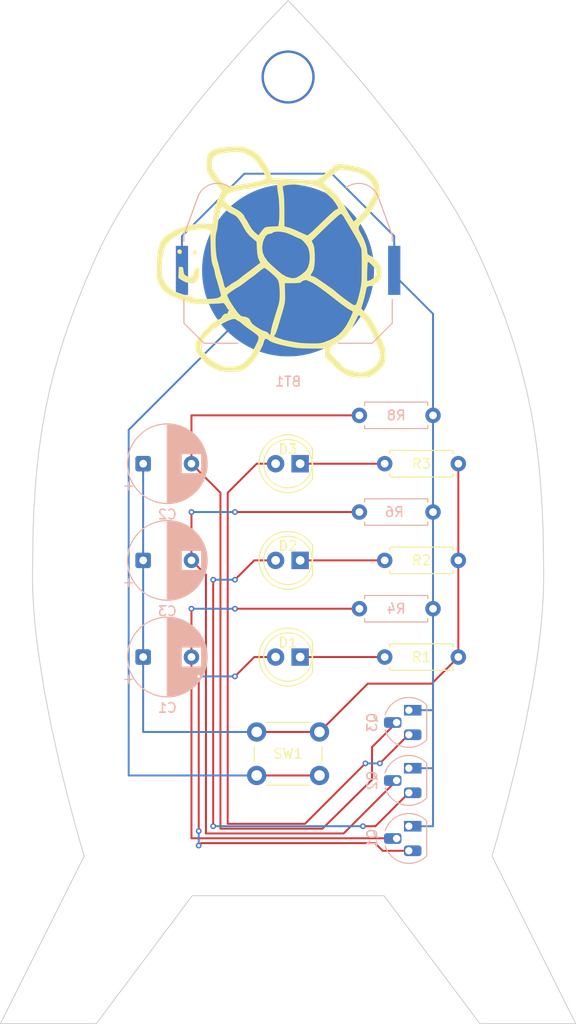
<source format=kicad_pcb>
(kicad_pcb (version 20241229) (generator "pcbnew") (generator_version "9.0")
  (layers (0 "F.Cu" signal) (2 "B.Cu" signal) (13 "F.Paste" user) (15 "B.Paste" user) (5 "F.SilkS" user "F.Silkscreen") (7 "B.SilkS" user "B.Silkscreen") (1 "F.Mask" user) (3 "B.Mask" user) (25 "Edge.Cuts" user))
  (net 0 "")
  (net 1 "Net-(BT1-+)")
  (net 2 "Net-(BT1--)")
  (net 3 "Net-(C1-Pad1)")
  (net 4 "Net-(D1-K)")
  (net 5 "Net-(D2-K)")
  (net 6 "Net-(D3-K)")
  (net 7 "Net-(D3-A)")
  (net 8 "Net-(Q1-B)")
  (net 9 "Net-(Q3-B)")
  (net 10 "Net-(Q2-B)")
  (net 11 "Net-(D1-A)")
  (net 12 "Net-(D2-A)")
  (footprint "LED_THT:LED_D5.0mm" (layer "F.Cu") (at 101.25 140 180)
    (property "Reference" "D1" (at 1.27 1.5 0) (layer "F.SilkS"))
    (property "Value" "LED")
    (pad "1" thru_hole rect (at 0 0 180) (size 1.8 1.8) (drill 0.9) (layers "*.Cu" "*.Mask") (net 4 "Net-(D1-K)"))
    (pad "2" thru_hole circle (at 2.54 0 180) (size 1.8 1.8) (drill 0.9) (layers "*.Cu" "*.Mask") (net 11 "Net-(D1-A)"))
  )
  (footprint "LED_THT:LED_D5.0mm" (layer "F.Cu") (at 101.25 120 180)
    (property "Reference" "D3" (at 1.27 1.5 0) (layer "F.SilkS"))
    (property "Value" "LED")
    (pad "1" thru_hole rect (at 0 0 180) (size 1.8 1.8) (drill 0.9) (layers "*.Cu" "*.Mask") (net 6 "Net-(D3-K)"))
    (pad "2" thru_hole circle (at 2.54 0 180) (size 1.8 1.8) (drill 0.9) (layers "*.Cu" "*.Mask") (net 7 "Net-(D3-A)"))
  )
  (footprint "LOGO" (layer "F.Cu") (at 100 99)
    (property "Reference" "G***" (hide yes))
    (property "Value" "LOGO" (hide yes))
  )
  (footprint "Button_Switch_THT:SW_PUSH_6mm" (layer "F.Cu") (at 96.75 147.75)
    (property "Reference" "SW1" (at 3.25 2.25 0) (layer "F.SilkS"))
    (property "Value" "SW_Push")
    (pad "1" thru_hole circle (at 0 0 90) (size 2 2) (drill 1.1) (layers "*.Cu" "*.Mask") (net 3 "Net-(C1-Pad1)"))
    (pad "1" thru_hole circle (at 6.5 0 90) (size 2 2) (drill 1.1) (layers "*.Cu" "*.Mask") (net 3 "Net-(C1-Pad1)"))
    (pad "2" thru_hole circle (at 0 4.5 90) (size 2 2) (drill 1.1) (layers "*.Cu" "*.Mask") (net 2 "Net-(BT1--)"))
    (pad "2" thru_hole circle (at 6.5 4.5 90) (size 2 2) (drill 1.1) (layers "*.Cu" "*.Mask") (net 2 "Net-(BT1--)"))
  )
  (footprint "Resistor_THT:R_Axial_DIN0207_L6.3mm_D2.5mm_P7.62mm_Horizontal" (layer "F.Cu") (at 110 120)
    (property "Reference" "R3" (at 3.81 0 0) (layer "F.SilkS"))
    (property "Value" "R")
    (pad "1" thru_hole circle (at 0 0) (size 1.6 1.6) (drill 0.8) (layers "*.Cu" "*.Mask") (net 6 "Net-(D3-K)"))
    (pad "2" thru_hole circle (at 7.62 0) (size 1.6 1.6) (drill 0.8) (layers "*.Cu" "*.Mask") (net 3 "Net-(C1-Pad1)"))
  )
  (footprint "LED_THT:LED_D5.0mm" (layer "F.Cu") (at 101.25 130 180)
    (property "Reference" "D2" (at 1.27 1.5 0) (layer "F.SilkS"))
    (property "Value" "LED")
    (pad "1" thru_hole rect (at 0 0 180) (size 1.8 1.8) (drill 0.9) (layers "*.Cu" "*.Mask") (net 5 "Net-(D2-K)"))
    (pad "2" thru_hole circle (at 2.54 0 180) (size 1.8 1.8) (drill 0.9) (layers "*.Cu" "*.Mask") (net 12 "Net-(D2-A)"))
  )
  (footprint "Resistor_THT:R_Axial_DIN0207_L6.3mm_D2.5mm_P7.62mm_Horizontal" (layer "F.Cu") (at 110 140)
    (property "Reference" "R1" (at 3.81 0 0) (layer "F.SilkS"))
    (property "Value" "R")
    (pad "1" thru_hole circle (at 0 0) (size 1.6 1.6) (drill 0.8) (layers "*.Cu" "*.Mask") (net 4 "Net-(D1-K)"))
    (pad "2" thru_hole circle (at 7.62 0) (size 1.6 1.6) (drill 0.8) (layers "*.Cu" "*.Mask") (net 3 "Net-(C1-Pad1)"))
  )
  (footprint "Resistor_THT:R_Axial_DIN0207_L6.3mm_D2.5mm_P7.62mm_Horizontal" (layer "F.Cu") (at 110 130)
    (property "Reference" "R2" (at 3.81 0 0) (layer "F.SilkS"))
    (property "Value" "R")
    (pad "1" thru_hole circle (at 0 0) (size 1.6 1.6) (drill 0.8) (layers "*.Cu" "*.Mask") (net 5 "Net-(D2-K)"))
    (pad "2" thru_hole circle (at 7.62 0) (size 1.6 1.6) (drill 0.8) (layers "*.Cu" "*.Mask") (net 3 "Net-(C1-Pad1)"))
  )
  (footprint "Package_TO_SOT_THT:TO-92L_HandSolder" (layer "B.Cu") (at 112.5 151.5 -90)
    (property "Reference" "Q2" (at 1.27 3.8 90) (layer "B.SilkS") (effects (justify mirror)))
    (property "Value" "NPN")
    (pad "1" thru_hole rect (at 0 0 270) (size 1.1 1.8) (drill 0.75 (offset 0 -0.4)) (layers "*.Cu" "*.Mask") (net 1 "Net-(BT1-+)"))
    (pad "2" thru_hole roundrect (at 1.27 1.27 270) (size 1.1 1.8) (drill 0.75 (offset 0 0.4)) (layers "*.Cu" "*.Mask") (net 10 "Net-(Q2-B)"))
    (pad "3" thru_hole roundrect (at 2.54 0 270) (size 1.1 1.8) (drill 0.75 (offset 0 -0.4)) (layers "*.Cu" "*.Mask") (net 12 "Net-(D2-A)"))
  )
  (footprint "Capacitor_THT:CP_Radial_D8.0mm_P5.00mm" (layer "B.Cu") (at 85 140)
    (property "Reference" "C1" (at 2.5 5.25 0) (layer "B.SilkS") (effects (justify mirror)))
    (property "Value" "C")
    (pad "1" thru_hole roundrect (at 0 0) (size 1.6 1.6) (drill 0.8) (layers "*.Cu" "*.Mask") (roundrect_rratio 0.15625) (net 3 "Net-(C1-Pad1)"))
    (pad "2" thru_hole circle (at 5 0) (size 1.6 1.6) (drill 0.8) (layers "*.Cu" "*.Mask") (net 8 "Net-(Q1-B)"))
  )
  (footprint "Battery:BatteryHolder_Keystone_3034_1x20mm" (layer "B.Cu") (at 100 100)
    (property "Reference" "BT1" (at 0 11.5 0) (layer "B.SilkS") (effects (justify mirror)))
    (property "Value" "Battery_Cell")
    (pad "1" smd rect (at -10.985 0) (size 1.27 5.08) (layers "B.Cu" "B.Mask" "B.Paste") (net 1 "Net-(BT1-+)"))
    (pad "1" smd rect (at 10.985 0) (size 1.27 5.08) (layers "B.Cu" "B.Mask" "B.Paste") (net 1 "Net-(BT1-+)"))
    (pad "2" smd circle (at 0 0) (size 17.8 17.8) (layers "B.Cu" "B.Mask") (net 2 "Net-(BT1--)"))
  )
  (footprint "Resistor_THT:R_Axial_DIN0207_L6.3mm_D2.5mm_P7.62mm_Horizontal" (layer "B.Cu") (at 115 125 180)
    (property "Reference" "R6" (at 4 0 0) (layer "B.SilkS") (effects (justify mirror)))
    (property "Value" "R")
    (pad "1" thru_hole circle (at 0 0 180) (size 1.6 1.6) (drill 0.8) (layers "*.Cu" "*.Mask") (net 1 "Net-(BT1-+)"))
    (pad "2" thru_hole circle (at 7.62 0 180) (size 1.6 1.6) (drill 0.8) (layers "*.Cu" "*.Mask") (net 10 "Net-(Q2-B)"))
  )
  (footprint "Package_TO_SOT_THT:TO-92L_HandSolder" (layer "B.Cu") (at 112.5 145.5 -90)
    (property "Reference" "Q3" (at 1.27 3.8 90) (layer "B.SilkS") (effects (justify mirror)))
    (property "Value" "NPN")
    (pad "1" thru_hole rect (at 0 0 270) (size 1.1 1.8) (drill 0.75 (offset 0 -0.4)) (layers "*.Cu" "*.Mask") (net 1 "Net-(BT1-+)"))
    (pad "2" thru_hole roundrect (at 1.27 1.27 270) (size 1.1 1.8) (drill 0.75 (offset 0 0.4)) (layers "*.Cu" "*.Mask") (net 9 "Net-(Q3-B)"))
    (pad "3" thru_hole roundrect (at 2.54 0 270) (size 1.1 1.8) (drill 0.75 (offset 0 -0.4)) (layers "*.Cu" "*.Mask") (net 7 "Net-(D3-A)"))
  )
  (footprint "Capacitor_THT:CP_Radial_D8.0mm_P5.00mm" (layer "B.Cu") (at 85 120)
    (property "Reference" "C2" (at 2.5 5.25 0) (layer "B.SilkS") (effects (justify mirror)))
    (property "Value" "C")
    (pad "1" thru_hole roundrect (at 0 0) (size 1.6 1.6) (drill 0.8) (layers "*.Cu" "*.Mask") (roundrect_rratio 0.15625) (net 3 "Net-(C1-Pad1)"))
    (pad "2" thru_hole circle (at 5 0) (size 1.6 1.6) (drill 0.8) (layers "*.Cu" "*.Mask") (net 9 "Net-(Q3-B)"))
  )
  (footprint "Resistor_THT:R_Axial_DIN0207_L6.3mm_D2.5mm_P7.62mm_Horizontal" (layer "B.Cu") (at 115 135 180)
    (property "Reference" "R4" (at 3.81 0 0) (layer "B.SilkS") (effects (justify mirror)))
    (property "Value" "R")
    (pad "1" thru_hole circle (at 0 0 180) (size 1.6 1.6) (drill 0.8) (layers "*.Cu" "*.Mask") (net 1 "Net-(BT1-+)"))
    (pad "2" thru_hole circle (at 7.62 0 180) (size 1.6 1.6) (drill 0.8) (layers "*.Cu" "*.Mask") (net 8 "Net-(Q1-B)"))
  )
  (footprint "Package_TO_SOT_THT:TO-92L_HandSolder" (layer "B.Cu") (at 112.5 157.5 -90)
    (property "Reference" "Q1" (at 1.27 3.8 90) (layer "B.SilkS") (effects (justify mirror)))
    (property "Value" "NPN")
    (pad "1" thru_hole rect (at 0 0 270) (size 1.1 1.8) (drill 0.75 (offset 0 -0.4)) (layers "*.Cu" "*.Mask") (net 1 "Net-(BT1-+)"))
    (pad "2" thru_hole roundrect (at 1.27 1.27 270) (size 1.1 1.8) (drill 0.75 (offset 0 0.4)) (layers "*.Cu" "*.Mask") (net 8 "Net-(Q1-B)"))
    (pad "3" thru_hole roundrect (at 2.54 0 270) (size 1.1 1.8) (drill 0.75 (offset 0 -0.4)) (layers "*.Cu" "*.Mask") (net 11 "Net-(D1-A)"))
  )
  (footprint "Capacitor_THT:CP_Radial_D8.0mm_P5.00mm" (layer "B.Cu") (at 85 130)
    (property "Reference" "C3" (at 2.5 5.25 0) (layer "B.SilkS") (effects (justify mirror)))
    (property "Value" "C")
    (pad "1" thru_hole roundrect (at 0 0) (size 1.6 1.6) (drill 0.8) (layers "*.Cu" "*.Mask") (roundrect_rratio 0.15625) (net 3 "Net-(C1-Pad1)"))
    (pad "2" thru_hole circle (at 5 0) (size 1.6 1.6) (drill 0.8) (layers "*.Cu" "*.Mask") (net 10 "Net-(Q2-B)"))
  )
  (footprint "Resistor_THT:R_Axial_DIN0207_L6.3mm_D2.5mm_P7.62mm_Horizontal" (layer "B.Cu") (at 115 115 180)
    (property "Reference" "R8" (at 3.81 0 0) (layer "B.SilkS") (effects (justify mirror)))
    (property "Value" "R")
    (pad "1" thru_hole circle (at 0 0 180) (size 1.6 1.6) (drill 0.8) (layers "*.Cu" "*.Mask") (net 1 "Net-(BT1-+)"))
    (pad "2" thru_hole circle (at 7.62 0 180) (size 1.6 1.6) (drill 0.8) (layers "*.Cu" "*.Mask") (net 9 "Net-(Q3-B)"))
  )
  (gr_poly (pts (xy 102.355551 74.561011) (xy 104.881747 77.349094) (xy 107.935117 80.895332) (xy 111.236831 84.993715) (xy 112.893684 87.185584) (xy 114.508061 89.438237) (xy 116.04511 91.725923) (xy 117.469977 94.02289) (xy 118.747808 96.303389) (xy 119.843749 98.541667) (xy 120.79112 100.709522) (xy 121.649079 102.804421) (xy 122.421531 104.839118) (xy 123.112378 106.826365) (xy 123.725524 108.778918) (xy 124.264874 110.709528) (xy 124.73433 112.630949) (xy 125.137796 114.555936) (xy 125.479176 116.497241) (xy 125.762374 118.467618) (xy 125.991292 120.47982) (xy 126.169836 122.546601) (xy 126.301908 124.680714) (xy 126.391412 126.894913) (xy 126.458331 131.614583) (xy 126.419322 133.431937) (xy 126.307122 135.316545) (xy 126.128975 137.253827) (xy 125.892121 139.229206) (xy 125.603802 141.228105) (xy 125.271262 143.235945) (xy 124.502481 147.220139) (xy 123.643716 151.065165) (xy 122.752901 154.654402) (xy 121.887973 157.871226) (xy 121.106868 160.599015) (xy 129.765624 177.916665) (xy 119.843749 177.916665) (xy 109.921874 164.687493) (xy 99.999999 164.687493) (xy 90.078124 164.687493) (xy 80.15625 177.916665) (xy 70.234376 177.916665) (xy 78.893183 160.599015) (xy 78.112041 157.871226) (xy 77.247091 154.654402) (xy 76.356266 151.065165) (xy 75.497498 147.220139) (xy 74.728722 143.235945) (xy 74.107869 139.229206) (xy 73.871018 137.253827) (xy 73.692873 135.316545) (xy 73.580675 133.431937) (xy 73.541667 131.614583) (xy 73.608585 126.894913) (xy 73.698088 124.680714) (xy 73.830158 122.546601) (xy 74.0087 120.47982) (xy 74.237618 118.467618) (xy 74.520814 116.497241) (xy 74.862193 114.555936) (xy 75.265658 112.630949) (xy 75.735113 110.709528) (xy 76.274463 108.778918) (xy 76.88761 106.826365) (xy 77.578458 104.839118) (xy 78.350912 102.804421) (xy 79.208875 100.709522) (xy 80.15625 98.541667) (xy 80.679306 97.429415) (xy 81.252191 96.303389) (xy 81.870548 95.166808) (xy 82.530021 94.02289) (xy 83.954888 91.725923) (xy 85.491936 89.438237) (xy 87.106314 87.185584) (xy 88.763166 84.993715) (xy 90.427639 82.888381) (xy 92.064881 80.895332) (xy 93.640035 79.040319) (xy 95.118251 77.349094) (xy 97.644447 74.561011) (xy 99.999999 72.083335)) (stroke (width 0.1)) (fill no) (layer "Edge.Cuts"))
  (via (at 100 80) (size 5.5) (drill 5) (layers "F.Cu" "B.Cu") (net 0))
  (segment (start 95.476 90) (end 104.524 90) (width 0.2) (layer "B.Cu") (net 1))
  (segment (start 115 115) (end 115 125) (width 0.2) (layer "B.Cu") (net 1))
  (segment (start 112.5 151.5) (end 115 151.5) (width 0.2) (layer "B.Cu") (net 1))
  (segment (start 89.015 100) (end 89.015 96.461) (width 0.2) (layer "B.Cu") (net 1))
  (segment (start 115 135) (end 115 145.5) (width 0.2) (layer "B.Cu") (net 1))
  (segment (start 89.015 96.461) (end 95.476 90) (width 0.2) (layer "B.Cu") (net 1))
  (segment (start 110.985 100) (end 110.985 100.485) (width 0.2) (layer "B.Cu") (net 1))
  (segment (start 115 125) (end 115 135) (width 0.2) (layer "B.Cu") (net 1))
  (segment (start 110.985 96.461) (end 104.524 90) (width 0.2) (layer "B.Cu") (net 1))
  (segment (start 115 104.5) (end 115 115) (width 0.2) (layer "B.Cu") (net 1))
  (segment (start 110.985 100) (end 110.985 96.461) (width 0.2) (layer "B.Cu") (net 1))
  (segment (start 115 151.5) (end 115 157.5) (width 0.2) (layer "B.Cu") (net 1))
  (segment (start 112.5 145.5) (end 115 145.5) (width 0.2) (layer "B.Cu") (net 1))
  (segment (start 115 157.5) (end 112.5 157.5) (width 0.2) (layer "B.Cu") (net 1))
  (segment (start 110.985 100.485) (end 115 104.5) (width 0.2) (layer "B.Cu") (net 1))
  (segment (start 115 145.5) (end 115 151.5) (width 0.2) (layer "B.Cu") (net 1))
  (segment (start 96.75 152.25) (end 96.5 152) (width 0.2) (layer "F.Cu") (net 2))
  (segment (start 96.75 152.25) (end 103.25 152.25) (width 0.2) (layer "F.Cu") (net 2))
  (segment (start 96.75 152.25) (end 83.5 152.25) (width 0.2) (layer "B.Cu") (net 2))
  (segment (start 100 100) (end 83.5 116.5) (width 0.2) (layer "B.Cu") (net 2))
  (segment (start 83.5 116.5) (end 83.5 152.25) (width 0.2) (layer "B.Cu") (net 2))
  (segment (start 103.25 147.75) (end 96.75 147.75) (width 0.2) (layer "F.Cu") (net 3))
  (segment (start 117.62 140) (end 114.87 142.75) (width 0.2) (layer "F.Cu") (net 3))
  (segment (start 108.25 142.75) (end 114.87 142.75) (width 0.2) (layer "F.Cu") (net 3))
  (segment (start 103.25 147.75) (end 108.25 142.75) (width 0.2) (layer "F.Cu") (net 3))
  (segment (start 117.62 130) (end 117.62 140) (width 0.2) (layer "F.Cu") (net 3))
  (segment (start 117.62 120) (end 117.62 130) (width 0.2) (layer "F.Cu") (net 3))
  (segment (start 85 140) (end 85 147.75) (width 0.2) (layer "B.Cu") (net 3))
  (segment (start 85 140) (end 85 130) (width 0.2) (layer "B.Cu") (net 3))
  (segment (start 85 130) (end 85 120) (width 0.2) (layer "B.Cu") (net 3))
  (segment (start 96.75 147.75) (end 85 147.75) (width 0.2) (layer "B.Cu") (net 3))
  (segment (start 101.25 140) (end 110 140) (width 0.2) (layer "F.Cu") (net 4))
  (segment (start 101.25 130) (end 110 130) (width 0.2) (layer "F.Cu") (net 5))
  (segment (start 101.25 120) (end 110 120) (width 0.2) (layer "F.Cu") (net 6))
  (segment (start 96.75 120) (end 98.71 120) (width 0.2) (layer "F.Cu") (net 7))
  (segment (start 93.75 157.25) (end 93.75 123) (width 0.2) (layer "F.Cu") (net 7))
  (segment (start 108 151) (end 101.75 157.25) (width 0.2) (layer "F.Cu") (net 7))
  (segment (start 101.75 157.25) (end 101 157.25) (width 0.2) (layer "F.Cu") (net 7))
  (segment (start 112.46 148.04) (end 109.5 151) (width 0.2) (layer "F.Cu") (net 7))
  (segment (start 93.75 123) (end 96.75 120) (width 0.2) (layer "F.Cu") (net 7))
  (segment (start 112.5 148.04) (end 112.46 148.04) (width 0.2) (layer "F.Cu") (net 7))
  (segment (start 93.75 157.25) (end 101 157.25) (width 0.2) (layer "F.Cu") (net 7))
  (via (at 108 151) (size 0.6) (drill 0.3) (layers "F.Cu" "B.Cu") (net 7))
  (via (at 109.5 151) (size 0.6) (drill 0.3) (layers "F.Cu" "B.Cu") (net 7))
  (segment (start 109.5 151) (end 108 151) (width 0.2) (layer "B.Cu") (net 7))
  (segment (start 90 140) (end 90 135) (width 0.2) (layer "F.Cu") (net 8))
  (segment (start 107.38 135) (end 94.5 135) (width 0.2) (layer "F.Cu") (net 8))
  (segment (start 90 140) (end 90 158.75) (width 0.2) (layer "F.Cu") (net 8))
  (segment (start 111.23 158.77) (end 110.96 158.5) (width 0.2) (layer "F.Cu") (net 8))
  (segment (start 110.96 158.75) (end 90 158.75) (width 0.2) (layer "F.Cu") (net 8))
  (via (at 94.5 135) (size 0.6) (drill 0.3) (layers "F.Cu" "B.Cu") (net 8))
  (via (at 90 135) (size 0.6) (drill 0.3) (layers "F.Cu" "B.Cu") (net 8))
  (segment (start 94.5 135) (end 90 135) (width 0.2) (layer "B.Cu") (net 8))
  (segment (start 93 123) (end 90 120) (width 0.2) (layer "F.Cu") (net 9))
  (segment (start 111.23 146.77) (end 108.688596 149.311404) (width 0.2) (layer "F.Cu") (net 9))
  (segment (start 107.38 115) (end 90 115) (width 0.2) (layer "F.Cu") (net 9))
  (segment (start 108.688596 149.311404) (end 108.688596 152.688596) (width 0.2) (layer "F.Cu") (net 9))
  (segment (start 108.688596 152.688596) (end 103.561 157.75) (width 0.2) (layer "F.Cu") (net 9))
  (segment (start 93 157.75) (end 93 123) (width 0.2) (layer "F.Cu") (net 9))
  (segment (start 90 115) (end 90 120) (width 0.2) (layer "F.Cu") (net 9))
  (segment (start 103.561 157.75) (end 93 157.75) (width 0.2) (layer "F.Cu") (net 9))
  (segment (start 107.38 125) (end 94.5 125) (width 0.2) (layer "F.Cu") (net 10))
  (segment (start 91.5 131.5) (end 91.5 158.25) (width 0.2) (layer "F.Cu") (net 10))
  (segment (start 91.5 158.25) (end 105.75 158.25) (width 0.2) (layer "F.Cu") (net 10))
  (segment (start 90 130) (end 90 125) (width 0.2) (layer "F.Cu") (net 10))
  (segment (start 90 130) (end 91.5 131.5) (width 0.2) (layer "F.Cu") (net 10))
  (segment (start 105.75 158.25) (end 111.23 152.77) (width 0.2) (layer "F.Cu") (net 10))
  (via (at 94.5 125) (size 0.6) (drill 0.3) (layers "F.Cu" "B.Cu") (net 10))
  (via (at 90 125) (size 0.6) (drill 0.3) (layers "F.Cu" "B.Cu") (net 10))
  (segment (start 94.5 125) (end 90 125) (width 0.2) (layer "B.Cu") (net 10))
  (segment (start 112.5 160.04) (end 109.79 160.04) (width 0.2) (layer "F.Cu") (net 11))
  (segment (start 109.79 160.04) (end 109 159.25) (width 0.2) (layer "F.Cu") (net 11))
  (segment (start 96.5 140) (end 98.71 140) (width 0.2) (layer "F.Cu") (net 11))
  (segment (start 91 159.25) (end 90.75 159.5) (width 0.2) (layer "F.Cu") (net 11))
  (segment (start 94.5 142) (end 96.5 140) (width 0.2) (layer "F.Cu") (net 11))
  (segment (start 90.75 158) (end 90.75 142) (width 0.2) (layer "F.Cu") (net 11))
  (segment (start 109 159.25) (end 91 159.25) (width 0.2) (layer "F.Cu") (net 11))
  (via (at 90.75 142) (size 0.6) (drill 0.3) (layers "F.Cu" "B.Cu") (net 11))
  (via (at 90.75 159.5) (size 0.6) (drill 0.3) (layers "F.Cu" "B.Cu") (net 11))
  (via (at 90.75 158) (size 0.6) (drill 0.3) (layers "F.Cu" "B.Cu") (net 11))
  (via (at 94.5 142) (size 0.6) (drill 0.3) (layers "F.Cu" "B.Cu") (net 11))
  (segment (start 90.75 159.5) (end 90.75 158) (width 0.2) (layer "B.Cu") (net 11))
  (segment (start 94.5 142) (end 90.75 142) (width 0.2) (layer "B.Cu") (net 11))
  (segment (start 92.25 157.5) (end 92.25 132) (width 0.2) (layer "F.Cu") (net 12))
  (segment (start 107.75 157.5) (end 109.04 157.5) (width 0.2) (layer "F.Cu") (net 12))
  (segment (start 109.04 157.5) (end 112.5 154.04) (width 0.2) (layer "F.Cu") (net 12))
  (segment (start 94.5 132) (end 96.5 130) (width 0.2) (layer "F.Cu") (net 12))
  (segment (start 96.5 130) (end 98.71 130) (width 0.2) (layer "F.Cu") (net 12))
  (via (at 92.25 132) (size 0.6) (drill 0.3) (layers "F.Cu" "B.Cu") (net 12))
  (via (at 107.75 157.5) (size 0.6) (drill 0.3) (layers "F.Cu" "B.Cu") (net 12))
  (via (at 94.5 132) (size 0.6) (drill 0.3) (layers "F.Cu" "B.Cu") (net 12))
  (via (at 92.25 157.5) (size 0.6) (drill 0.3) (layers "F.Cu" "B.Cu") (net 12))
  (segment (start 94.5 132) (end 92.25 132) (width 0.2) (layer "B.Cu") (net 12))
  (segment (start 92.25 157.5) (end 107.75 157.5) (width 0.2) (layer "B.Cu") (net 12))
)
</source>
